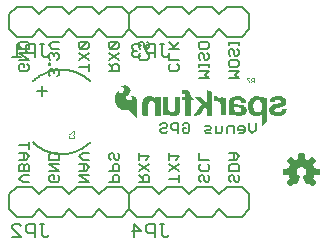
<source format=gbr>
G04 EAGLE Gerber RS-274X export*
G75*
%MOMM*%
%FSLAX34Y34*%
%LPD*%
%INSilkscreen Bottom*%
%IPPOS*%
%AMOC8*
5,1,8,0,0,1.08239X$1,22.5*%
G01*
%ADD10C,0.152400*%
%ADD11C,0.203200*%
%ADD12C,0.127000*%
%ADD13C,0.050800*%
%ADD14C,0.025400*%

G36*
X256970Y25546D02*
X256970Y25546D01*
X257078Y25556D01*
X257091Y25562D01*
X257105Y25564D01*
X257202Y25612D01*
X257301Y25657D01*
X257314Y25668D01*
X257323Y25672D01*
X257338Y25688D01*
X257415Y25750D01*
X260000Y28335D01*
X260063Y28424D01*
X260129Y28509D01*
X260134Y28522D01*
X260142Y28534D01*
X260173Y28637D01*
X260209Y28740D01*
X260209Y28754D01*
X260213Y28767D01*
X260209Y28875D01*
X260210Y28984D01*
X260205Y28997D01*
X260205Y29011D01*
X260167Y29113D01*
X260132Y29215D01*
X260123Y29230D01*
X260119Y29239D01*
X260105Y29256D01*
X260051Y29338D01*
X257287Y32728D01*
X257844Y33810D01*
X257850Y33830D01*
X257892Y33925D01*
X258263Y35084D01*
X262614Y35527D01*
X262718Y35555D01*
X262824Y35580D01*
X262836Y35587D01*
X262849Y35590D01*
X262939Y35651D01*
X263032Y35708D01*
X263040Y35719D01*
X263052Y35727D01*
X263118Y35813D01*
X263187Y35897D01*
X263191Y35910D01*
X263200Y35921D01*
X263234Y36024D01*
X263273Y36125D01*
X263274Y36143D01*
X263278Y36152D01*
X263278Y36174D01*
X263287Y36272D01*
X263287Y39928D01*
X263270Y40035D01*
X263256Y40143D01*
X263250Y40155D01*
X263248Y40169D01*
X263196Y40265D01*
X263149Y40362D01*
X263139Y40372D01*
X263133Y40384D01*
X263053Y40458D01*
X262977Y40535D01*
X262965Y40541D01*
X262955Y40551D01*
X262856Y40596D01*
X262759Y40644D01*
X262741Y40648D01*
X262732Y40652D01*
X262711Y40654D01*
X262614Y40673D01*
X258263Y41116D01*
X257892Y42275D01*
X257883Y42293D01*
X257881Y42300D01*
X257877Y42307D01*
X257844Y42390D01*
X257287Y43472D01*
X260051Y46862D01*
X260105Y46956D01*
X260162Y47048D01*
X260165Y47061D01*
X260172Y47073D01*
X260193Y47180D01*
X260218Y47285D01*
X260216Y47299D01*
X260219Y47313D01*
X260204Y47420D01*
X260194Y47528D01*
X260188Y47541D01*
X260186Y47555D01*
X260138Y47652D01*
X260093Y47751D01*
X260082Y47764D01*
X260078Y47773D01*
X260062Y47788D01*
X260000Y47865D01*
X257415Y50450D01*
X257326Y50513D01*
X257241Y50579D01*
X257228Y50584D01*
X257216Y50592D01*
X257113Y50623D01*
X257010Y50659D01*
X256996Y50659D01*
X256983Y50663D01*
X256875Y50659D01*
X256766Y50660D01*
X256753Y50655D01*
X256739Y50655D01*
X256637Y50617D01*
X256535Y50582D01*
X256520Y50573D01*
X256511Y50569D01*
X256494Y50555D01*
X256412Y50501D01*
X253022Y47737D01*
X251940Y48294D01*
X251920Y48300D01*
X251825Y48342D01*
X250666Y48713D01*
X250223Y53064D01*
X250195Y53168D01*
X250170Y53274D01*
X250163Y53286D01*
X250160Y53299D01*
X250099Y53389D01*
X250042Y53482D01*
X250031Y53490D01*
X250023Y53502D01*
X249937Y53568D01*
X249853Y53637D01*
X249840Y53641D01*
X249829Y53650D01*
X249726Y53684D01*
X249625Y53723D01*
X249607Y53724D01*
X249598Y53728D01*
X249576Y53728D01*
X249478Y53737D01*
X245822Y53737D01*
X245715Y53720D01*
X245607Y53706D01*
X245595Y53700D01*
X245581Y53698D01*
X245485Y53646D01*
X245388Y53599D01*
X245378Y53589D01*
X245366Y53583D01*
X245292Y53503D01*
X245215Y53427D01*
X245209Y53415D01*
X245199Y53405D01*
X245154Y53306D01*
X245106Y53209D01*
X245102Y53191D01*
X245098Y53182D01*
X245096Y53161D01*
X245077Y53064D01*
X244634Y48713D01*
X243475Y48342D01*
X243457Y48332D01*
X243360Y48294D01*
X242278Y47737D01*
X238888Y50501D01*
X238794Y50555D01*
X238702Y50612D01*
X238689Y50615D01*
X238677Y50622D01*
X238570Y50643D01*
X238465Y50668D01*
X238451Y50666D01*
X238437Y50669D01*
X238330Y50654D01*
X238222Y50644D01*
X238209Y50638D01*
X238196Y50636D01*
X238098Y50588D01*
X237999Y50543D01*
X237986Y50532D01*
X237977Y50528D01*
X237962Y50512D01*
X237885Y50450D01*
X235300Y47865D01*
X235237Y47776D01*
X235171Y47691D01*
X235166Y47678D01*
X235158Y47666D01*
X235127Y47563D01*
X235091Y47460D01*
X235091Y47446D01*
X235087Y47433D01*
X235091Y47325D01*
X235090Y47216D01*
X235095Y47203D01*
X235095Y47189D01*
X235133Y47087D01*
X235168Y46985D01*
X235177Y46970D01*
X235181Y46961D01*
X235195Y46944D01*
X235249Y46862D01*
X238013Y43472D01*
X237456Y42390D01*
X237450Y42370D01*
X237408Y42275D01*
X237037Y41116D01*
X232686Y40673D01*
X232582Y40645D01*
X232476Y40620D01*
X232464Y40613D01*
X232451Y40610D01*
X232361Y40549D01*
X232268Y40492D01*
X232260Y40481D01*
X232248Y40473D01*
X232182Y40387D01*
X232114Y40303D01*
X232109Y40290D01*
X232100Y40279D01*
X232066Y40176D01*
X232027Y40075D01*
X232026Y40057D01*
X232022Y40048D01*
X232023Y40026D01*
X232013Y39928D01*
X232013Y36272D01*
X232030Y36165D01*
X232044Y36057D01*
X232050Y36045D01*
X232052Y36031D01*
X232104Y35935D01*
X232151Y35838D01*
X232161Y35828D01*
X232167Y35816D01*
X232247Y35742D01*
X232323Y35665D01*
X232335Y35659D01*
X232346Y35649D01*
X232444Y35604D01*
X232541Y35556D01*
X232559Y35552D01*
X232568Y35548D01*
X232589Y35546D01*
X232686Y35527D01*
X237037Y35084D01*
X237408Y33925D01*
X237418Y33907D01*
X237456Y33810D01*
X238013Y32728D01*
X235249Y29338D01*
X235195Y29244D01*
X235138Y29152D01*
X235135Y29139D01*
X235128Y29127D01*
X235107Y29020D01*
X235082Y28915D01*
X235084Y28901D01*
X235081Y28887D01*
X235096Y28780D01*
X235106Y28672D01*
X235112Y28659D01*
X235114Y28646D01*
X235162Y28548D01*
X235207Y28449D01*
X235218Y28436D01*
X235222Y28427D01*
X235238Y28412D01*
X235300Y28335D01*
X237885Y25750D01*
X237974Y25687D01*
X238059Y25621D01*
X238072Y25616D01*
X238084Y25608D01*
X238187Y25577D01*
X238290Y25541D01*
X238304Y25541D01*
X238317Y25537D01*
X238425Y25541D01*
X238534Y25540D01*
X238547Y25545D01*
X238561Y25545D01*
X238663Y25583D01*
X238765Y25618D01*
X238780Y25627D01*
X238789Y25631D01*
X238806Y25645D01*
X238888Y25699D01*
X242278Y28463D01*
X243360Y27906D01*
X243413Y27889D01*
X243462Y27863D01*
X243528Y27852D01*
X243592Y27831D01*
X243648Y27832D01*
X243702Y27823D01*
X243769Y27834D01*
X243836Y27835D01*
X243888Y27853D01*
X243943Y27862D01*
X244003Y27894D01*
X244066Y27917D01*
X244109Y27951D01*
X244159Y27977D01*
X244205Y28026D01*
X244257Y28068D01*
X244288Y28115D01*
X244326Y28155D01*
X244382Y28260D01*
X244390Y28273D01*
X244391Y28278D01*
X244395Y28285D01*
X246548Y33482D01*
X246568Y33565D01*
X246573Y33578D01*
X246575Y33594D01*
X246600Y33679D01*
X246599Y33700D01*
X246604Y33720D01*
X246596Y33802D01*
X246597Y33821D01*
X246593Y33841D01*
X246589Y33922D01*
X246582Y33942D01*
X246580Y33963D01*
X246548Y34032D01*
X246542Y34059D01*
X246527Y34083D01*
X246501Y34150D01*
X246488Y34166D01*
X246479Y34185D01*
X246434Y34234D01*
X246414Y34266D01*
X246383Y34291D01*
X246345Y34337D01*
X246322Y34353D01*
X246312Y34363D01*
X246291Y34375D01*
X246226Y34420D01*
X246225Y34421D01*
X246224Y34422D01*
X245325Y34928D01*
X244638Y35572D01*
X244123Y36360D01*
X243811Y37248D01*
X243719Y38185D01*
X243852Y39117D01*
X244203Y39991D01*
X244752Y40756D01*
X245466Y41369D01*
X246306Y41794D01*
X247223Y42008D01*
X248164Y41998D01*
X249076Y41764D01*
X249906Y41321D01*
X250607Y40692D01*
X251139Y39915D01*
X251470Y39034D01*
X251583Y38099D01*
X251475Y37182D01*
X251155Y36314D01*
X250641Y35545D01*
X249962Y34918D01*
X249078Y34423D01*
X249036Y34390D01*
X248994Y34367D01*
X248963Y34334D01*
X248915Y34299D01*
X248903Y34283D01*
X248887Y34270D01*
X248852Y34215D01*
X248827Y34189D01*
X248814Y34159D01*
X248772Y34101D01*
X248766Y34082D01*
X248756Y34065D01*
X248737Y33990D01*
X248727Y33967D01*
X248724Y33943D01*
X248701Y33868D01*
X248702Y33848D01*
X248697Y33828D01*
X248704Y33742D01*
X248703Y33724D01*
X248706Y33708D01*
X248709Y33624D01*
X248717Y33599D01*
X248718Y33585D01*
X248728Y33563D01*
X248752Y33482D01*
X249681Y31239D01*
X249681Y31238D01*
X250612Y28991D01*
X250613Y28991D01*
X250905Y28285D01*
X250934Y28238D01*
X250955Y28186D01*
X250998Y28135D01*
X251034Y28078D01*
X251077Y28043D01*
X251113Y28000D01*
X251170Y27966D01*
X251222Y27923D01*
X251274Y27904D01*
X251322Y27875D01*
X251388Y27861D01*
X251451Y27837D01*
X251506Y27835D01*
X251560Y27824D01*
X251627Y27831D01*
X251694Y27829D01*
X251748Y27845D01*
X251803Y27852D01*
X251914Y27896D01*
X251928Y27900D01*
X251932Y27903D01*
X251940Y27906D01*
X253022Y28463D01*
X256412Y25699D01*
X256506Y25645D01*
X256598Y25588D01*
X256611Y25585D01*
X256623Y25578D01*
X256730Y25557D01*
X256835Y25532D01*
X256849Y25534D01*
X256863Y25531D01*
X256970Y25546D01*
G37*
G36*
X108375Y82849D02*
X108375Y82849D01*
X108417Y82864D01*
X108419Y82869D01*
X108423Y82871D01*
X108452Y82944D01*
X108456Y82955D01*
X108456Y82956D01*
X108456Y98120D01*
X108454Y98125D01*
X108456Y98131D01*
X108386Y98962D01*
X108380Y98973D01*
X108381Y98988D01*
X108141Y99787D01*
X108133Y99797D01*
X108131Y99811D01*
X107730Y100543D01*
X107720Y100551D01*
X107715Y100564D01*
X107245Y101114D01*
X107234Y101119D01*
X107227Y101131D01*
X106657Y101576D01*
X106645Y101579D01*
X106635Y101589D01*
X105987Y101910D01*
X105975Y101911D01*
X105963Y101919D01*
X105264Y102103D01*
X105253Y102102D01*
X105242Y102107D01*
X104302Y102180D01*
X104293Y102177D01*
X104282Y102180D01*
X103342Y102107D01*
X103338Y102105D01*
X103332Y102106D01*
X102849Y102030D01*
X102810Y102005D01*
X102770Y101984D01*
X102769Y101980D01*
X102766Y101978D01*
X102756Y101933D01*
X102744Y101889D01*
X102746Y101885D01*
X102745Y101881D01*
X102770Y101843D01*
X102794Y101804D01*
X102798Y101803D01*
X102800Y101800D01*
X102841Y101791D01*
X102881Y101779D01*
X103039Y101795D01*
X103177Y101767D01*
X103310Y101696D01*
X104134Y101097D01*
X104252Y100983D01*
X104324Y100845D01*
X104417Y100430D01*
X104417Y100002D01*
X104324Y99586D01*
X104118Y99182D01*
X103805Y98854D01*
X103199Y98489D01*
X102521Y98282D01*
X101810Y98247D01*
X101200Y98344D01*
X100614Y98542D01*
X100071Y98835D01*
X99646Y99200D01*
X99331Y99660D01*
X99145Y100185D01*
X99102Y100741D01*
X99204Y101289D01*
X99444Y101792D01*
X99814Y102227D01*
X100012Y102437D01*
X100607Y103068D01*
X101202Y103699D01*
X101267Y103768D01*
X101270Y103778D01*
X101279Y103784D01*
X102466Y105542D01*
X102468Y105555D01*
X102478Y105565D01*
X102758Y106253D01*
X102757Y106268D01*
X102766Y106283D01*
X102865Y107018D01*
X102861Y107033D01*
X102866Y107050D01*
X102779Y107787D01*
X102771Y107800D01*
X102771Y107818D01*
X102504Y108510D01*
X102493Y108521D01*
X102489Y108538D01*
X102058Y109141D01*
X102048Y109148D01*
X102042Y109160D01*
X101346Y109818D01*
X101338Y109821D01*
X101333Y109829D01*
X100556Y110389D01*
X100546Y110392D01*
X100538Y110400D01*
X99758Y110788D01*
X99746Y110789D01*
X99735Y110797D01*
X98895Y111028D01*
X98883Y111027D01*
X98871Y111033D01*
X98003Y111099D01*
X97993Y111095D01*
X97981Y111099D01*
X97081Y111013D01*
X97072Y111009D01*
X97062Y111010D01*
X96184Y110790D01*
X96176Y110784D01*
X96164Y110783D01*
X95936Y110682D01*
X95580Y110530D01*
X95579Y110530D01*
X95075Y110309D01*
X95065Y110298D01*
X95048Y110293D01*
X94613Y109955D01*
X94610Y109948D01*
X94602Y109944D01*
X94577Y109919D01*
X94574Y109918D01*
X94539Y109826D01*
X94580Y109737D01*
X94665Y109704D01*
X95268Y109704D01*
X95779Y109647D01*
X96269Y109508D01*
X96750Y109253D01*
X97145Y108883D01*
X97431Y108423D01*
X97588Y107904D01*
X97600Y107601D01*
X97541Y107301D01*
X97335Y106807D01*
X97052Y106349D01*
X96701Y105939D01*
X96289Y105585D01*
X95387Y104934D01*
X94899Y104685D01*
X94370Y104587D01*
X93831Y104645D01*
X93657Y104710D01*
X93296Y104958D01*
X93022Y105298D01*
X92978Y105401D01*
X92962Y105521D01*
X92962Y106401D01*
X92945Y106442D01*
X92931Y106484D01*
X92926Y106487D01*
X92924Y106492D01*
X92883Y106508D01*
X92843Y106527D01*
X92837Y106525D01*
X92832Y106527D01*
X92805Y106515D01*
X92756Y106499D01*
X91630Y105578D01*
X91624Y105566D01*
X91612Y105559D01*
X90705Y104422D01*
X90702Y104411D01*
X90693Y104403D01*
X90191Y103469D01*
X90190Y103459D01*
X90184Y103451D01*
X89826Y102454D01*
X89826Y102444D01*
X89821Y102435D01*
X89614Y101396D01*
X89616Y101386D01*
X89615Y101384D01*
X89616Y101384D01*
X89612Y101375D01*
X89552Y99447D01*
X89556Y99436D01*
X89553Y99424D01*
X89841Y97517D01*
X89847Y97507D01*
X89847Y97495D01*
X90475Y95671D01*
X90482Y95662D01*
X90484Y95650D01*
X91431Y93969D01*
X91439Y93963D01*
X91442Y93952D01*
X92327Y92845D01*
X92334Y92842D01*
X92336Y92836D01*
X92337Y92836D01*
X92339Y92832D01*
X93370Y91860D01*
X93378Y91857D01*
X93384Y91849D01*
X94541Y91032D01*
X94551Y91030D01*
X94559Y91022D01*
X95789Y90422D01*
X95800Y90421D01*
X95810Y90413D01*
X97129Y90045D01*
X97140Y90047D01*
X97151Y90041D01*
X98515Y89917D01*
X98520Y89919D01*
X98526Y89917D01*
X100801Y89917D01*
X101169Y89852D01*
X101520Y89725D01*
X102510Y89136D01*
X103364Y88354D01*
X108236Y82872D01*
X108240Y82870D01*
X108242Y82865D01*
X108284Y82849D01*
X108325Y82830D01*
X108329Y82832D01*
X108334Y82830D01*
X108375Y82849D01*
G37*
G36*
X214251Y76253D02*
X214251Y76253D01*
X214253Y76252D01*
X214274Y76261D01*
X214334Y76284D01*
X218474Y80018D01*
X218476Y80024D01*
X218482Y80027D01*
X218506Y80087D01*
X218515Y80108D01*
X218514Y80110D01*
X218515Y80112D01*
X218515Y100686D01*
X218500Y100723D01*
X218490Y100762D01*
X218481Y100768D01*
X218477Y100777D01*
X218449Y100788D01*
X218413Y100810D01*
X214527Y101546D01*
X214512Y101543D01*
X214497Y101548D01*
X214465Y101533D01*
X214430Y101525D01*
X214422Y101512D01*
X214409Y101506D01*
X214394Y101467D01*
X214378Y101442D01*
X214381Y101431D01*
X214377Y101420D01*
X214401Y99503D01*
X214267Y99652D01*
X214266Y99653D01*
X214266Y99654D01*
X213377Y100619D01*
X213371Y100621D01*
X213367Y100628D01*
X213024Y100929D01*
X213013Y100933D01*
X213005Y100943D01*
X212611Y101176D01*
X212602Y101177D01*
X212594Y101184D01*
X211273Y101717D01*
X211262Y101717D01*
X211252Y101724D01*
X210770Y101826D01*
X210758Y101823D01*
X210746Y101828D01*
X208765Y101853D01*
X208754Y101849D01*
X208742Y101851D01*
X207657Y101668D01*
X207647Y101661D01*
X207633Y101661D01*
X206608Y101261D01*
X206601Y101253D01*
X206589Y101251D01*
X205687Y100710D01*
X205682Y100704D01*
X205673Y100701D01*
X204849Y100048D01*
X204843Y100038D01*
X204833Y100033D01*
X204041Y99143D01*
X204037Y99130D01*
X204025Y99121D01*
X203446Y98080D01*
X203444Y98068D01*
X203436Y98057D01*
X202762Y95944D01*
X202763Y95933D01*
X202757Y95922D01*
X202474Y93722D01*
X202477Y93711D01*
X202473Y93699D01*
X202591Y91484D01*
X202596Y91474D01*
X202594Y91462D01*
X202917Y90086D01*
X202924Y90077D01*
X202924Y90065D01*
X203480Y88765D01*
X203488Y88757D01*
X203490Y88746D01*
X204262Y87561D01*
X204271Y87555D01*
X204276Y87544D01*
X204933Y86837D01*
X204943Y86833D01*
X204949Y86823D01*
X205717Y86238D01*
X205728Y86236D01*
X205735Y86227D01*
X206591Y85781D01*
X206602Y85780D01*
X206611Y85772D01*
X207530Y85478D01*
X207540Y85479D01*
X207550Y85473D01*
X208762Y85284D01*
X208771Y85286D01*
X208780Y85283D01*
X210007Y85266D01*
X210015Y85269D01*
X210025Y85267D01*
X211242Y85422D01*
X211252Y85427D01*
X211264Y85427D01*
X212108Y85691D01*
X212118Y85699D01*
X212133Y85702D01*
X212902Y86139D01*
X212910Y86149D01*
X212924Y86154D01*
X213584Y86744D01*
X213590Y86756D01*
X213602Y86764D01*
X214122Y87480D01*
X214123Y87482D01*
X214123Y76378D01*
X214141Y76334D01*
X214158Y76291D01*
X214160Y76290D01*
X214161Y76287D01*
X214205Y76270D01*
X214249Y76252D01*
X214251Y76253D01*
G37*
G36*
X196701Y85269D02*
X196701Y85269D01*
X196712Y85274D01*
X196726Y85272D01*
X198098Y85580D01*
X198109Y85588D01*
X198124Y85589D01*
X199393Y86195D01*
X199402Y86205D01*
X199416Y86209D01*
X199864Y86551D01*
X199870Y86561D01*
X199882Y86567D01*
X200259Y86987D01*
X200263Y86998D01*
X200273Y87006D01*
X200565Y87489D01*
X200567Y87500D01*
X200575Y87510D01*
X200948Y88503D01*
X200948Y88514D01*
X200954Y88525D01*
X201143Y89569D01*
X201140Y89580D01*
X201145Y89592D01*
X201142Y90653D01*
X201139Y90660D01*
X201141Y90663D01*
X201138Y90670D01*
X201139Y90680D01*
X200933Y91621D01*
X200924Y91633D01*
X200923Y91650D01*
X200494Y92512D01*
X200484Y92521D01*
X200479Y92536D01*
X199981Y93145D01*
X199976Y93148D01*
X199974Y93152D01*
X199968Y93154D01*
X199963Y93163D01*
X199353Y93661D01*
X199341Y93664D01*
X199332Y93675D01*
X198636Y94041D01*
X198625Y94042D01*
X198616Y94049D01*
X197131Y94533D01*
X197123Y94532D01*
X197114Y94537D01*
X195577Y94815D01*
X195573Y94814D01*
X195568Y94817D01*
X193362Y95045D01*
X192056Y95271D01*
X191587Y95436D01*
X191159Y95682D01*
X190875Y95943D01*
X190815Y96030D01*
X190773Y96127D01*
X190662Y96648D01*
X190662Y97179D01*
X190773Y97700D01*
X190912Y98014D01*
X191111Y98293D01*
X191364Y98527D01*
X191678Y98720D01*
X192024Y98848D01*
X192393Y98909D01*
X193748Y98959D01*
X194335Y98905D01*
X194896Y98740D01*
X195360Y98485D01*
X195750Y98129D01*
X196045Y97691D01*
X196229Y97196D01*
X196292Y96665D01*
X196292Y96622D01*
X196293Y96620D01*
X196292Y96618D01*
X196312Y96575D01*
X196330Y96531D01*
X196332Y96531D01*
X196333Y96529D01*
X196418Y96496D01*
X200559Y96496D01*
X200560Y96494D01*
X200602Y96484D01*
X200644Y96470D01*
X200650Y96473D01*
X200656Y96472D01*
X200681Y96488D01*
X200726Y96509D01*
X200751Y96534D01*
X200751Y96535D01*
X200767Y96577D01*
X200786Y96626D01*
X200786Y96627D01*
X200766Y96669D01*
X200747Y96712D01*
X200625Y97603D01*
X200619Y97614D01*
X200619Y97629D01*
X200285Y98570D01*
X200276Y98580D01*
X200273Y98594D01*
X199754Y99447D01*
X199743Y99455D01*
X199738Y99468D01*
X199055Y100198D01*
X199043Y100203D01*
X199035Y100215D01*
X198218Y100789D01*
X198206Y100792D01*
X198197Y100801D01*
X197039Y101330D01*
X197029Y101330D01*
X197020Y101337D01*
X195791Y101671D01*
X195782Y101670D01*
X195773Y101674D01*
X194033Y101888D01*
X194025Y101885D01*
X194017Y101888D01*
X192263Y101880D01*
X192256Y101877D01*
X192247Y101879D01*
X190508Y101649D01*
X190500Y101644D01*
X190489Y101645D01*
X189075Y101220D01*
X189066Y101212D01*
X189052Y101211D01*
X187749Y100517D01*
X187740Y100507D01*
X187726Y100502D01*
X187164Y100019D01*
X187157Y100005D01*
X187143Y99996D01*
X186716Y99391D01*
X186713Y99376D01*
X186701Y99364D01*
X186434Y98673D01*
X186435Y98658D01*
X186427Y98643D01*
X186336Y97908D01*
X186338Y97900D01*
X186335Y97892D01*
X186335Y93066D01*
X186336Y93064D01*
X186335Y93062D01*
X186342Y93047D01*
X186310Y92963D01*
X186335Y88625D01*
X186233Y87288D01*
X185884Y85993D01*
X185810Y85794D01*
X185811Y85769D01*
X185802Y85746D01*
X185813Y85722D01*
X185814Y85696D01*
X185833Y85679D01*
X185843Y85657D01*
X185870Y85646D01*
X185888Y85630D01*
X185907Y85632D01*
X185928Y85624D01*
X189962Y85624D01*
X189998Y85621D01*
X190026Y85630D01*
X190066Y85634D01*
X190103Y85653D01*
X190122Y85675D01*
X190154Y85699D01*
X190176Y85735D01*
X190178Y85752D01*
X190190Y85768D01*
X190266Y86048D01*
X190265Y86051D01*
X190267Y86054D01*
X190494Y87083D01*
X190504Y87106D01*
X190510Y87112D01*
X190518Y87114D01*
X190527Y87113D01*
X190551Y87097D01*
X191378Y86394D01*
X191389Y86390D01*
X191398Y86380D01*
X192349Y85840D01*
X192360Y85839D01*
X192370Y85831D01*
X193405Y85478D01*
X193417Y85479D01*
X193427Y85473D01*
X195045Y85232D01*
X195055Y85235D01*
X195066Y85231D01*
X196701Y85269D01*
G37*
G36*
X171834Y85498D02*
X171834Y85498D01*
X171837Y85497D01*
X171920Y85534D01*
X171971Y85585D01*
X171973Y85588D01*
X171975Y85589D01*
X172008Y85674D01*
X172008Y105004D01*
X172000Y105023D01*
X172002Y105043D01*
X171981Y105070D01*
X171970Y105095D01*
X171956Y105100D01*
X171945Y105114D01*
X167805Y107476D01*
X167770Y107480D01*
X167738Y107492D01*
X167723Y107485D01*
X167707Y107487D01*
X167680Y107465D01*
X167649Y107451D01*
X167642Y107435D01*
X167630Y107425D01*
X167628Y107398D01*
X167616Y107366D01*
X167616Y95936D01*
X162141Y101410D01*
X162138Y101412D01*
X162137Y101414D01*
X162052Y101447D01*
X157378Y101447D01*
X157376Y101447D01*
X157375Y101447D01*
X157331Y101427D01*
X157287Y101409D01*
X157287Y101407D01*
X157285Y101406D01*
X157269Y101362D01*
X157252Y101317D01*
X157253Y101315D01*
X157252Y101314D01*
X157290Y101231D01*
X162981Y95665D01*
X156384Y85770D01*
X156377Y85732D01*
X156363Y85695D01*
X156368Y85685D01*
X156366Y85673D01*
X156388Y85642D01*
X156405Y85606D01*
X156416Y85602D01*
X156422Y85593D01*
X156452Y85588D01*
X156490Y85574D01*
X161570Y85599D01*
X161587Y85606D01*
X161605Y85604D01*
X161634Y85626D01*
X161660Y85638D01*
X161665Y85650D01*
X161677Y85660D01*
X165910Y92638D01*
X167565Y91031D01*
X167565Y85623D01*
X167566Y85621D01*
X167565Y85619D01*
X167585Y85576D01*
X167603Y85532D01*
X167605Y85532D01*
X167606Y85530D01*
X167691Y85497D01*
X171831Y85497D01*
X171834Y85498D01*
G37*
G36*
X140266Y85197D02*
X140266Y85197D01*
X140277Y85194D01*
X141310Y85341D01*
X141321Y85347D01*
X141334Y85347D01*
X142320Y85690D01*
X142329Y85698D01*
X142342Y85700D01*
X143244Y86226D01*
X143251Y86236D01*
X143264Y86241D01*
X143518Y86469D01*
X143524Y86480D01*
X143535Y86488D01*
X144196Y87373D01*
X144198Y87384D01*
X144208Y87393D01*
X144696Y88383D01*
X144696Y88395D01*
X144704Y88405D01*
X145004Y89468D01*
X145002Y89479D01*
X145008Y89491D01*
X145109Y90590D01*
X145107Y90596D01*
X145109Y90602D01*
X145109Y101397D01*
X145108Y101399D01*
X145109Y101401D01*
X145089Y101444D01*
X145071Y101488D01*
X145069Y101488D01*
X145068Y101490D01*
X144983Y101523D01*
X140843Y101523D01*
X140841Y101522D01*
X140839Y101523D01*
X140796Y101503D01*
X140752Y101485D01*
X140752Y101483D01*
X140750Y101482D01*
X140717Y101397D01*
X140717Y91400D01*
X140568Y90570D01*
X140225Y89802D01*
X139953Y89440D01*
X139612Y89139D01*
X139217Y88914D01*
X138528Y88691D01*
X137809Y88611D01*
X137088Y88678D01*
X136397Y88890D01*
X135887Y89178D01*
X135456Y89575D01*
X135129Y90060D01*
X134920Y90610D01*
X134695Y91814D01*
X134619Y93044D01*
X134619Y101346D01*
X134618Y101348D01*
X134619Y101350D01*
X134599Y101393D01*
X134581Y101437D01*
X134579Y101437D01*
X134578Y101439D01*
X134493Y101472D01*
X130277Y101472D01*
X130275Y101471D01*
X130273Y101472D01*
X130230Y101452D01*
X130186Y101434D01*
X130186Y101432D01*
X130184Y101431D01*
X130151Y101346D01*
X130151Y85725D01*
X130152Y85723D01*
X130151Y85721D01*
X130171Y85678D01*
X130189Y85634D01*
X130191Y85634D01*
X130192Y85632D01*
X130277Y85599D01*
X134290Y85599D01*
X134292Y85600D01*
X134294Y85599D01*
X134337Y85619D01*
X134381Y85637D01*
X134381Y85639D01*
X134383Y85640D01*
X134416Y85725D01*
X134416Y87782D01*
X134923Y87141D01*
X134931Y87137D01*
X134935Y87128D01*
X135762Y86343D01*
X135771Y86340D01*
X135776Y86332D01*
X136706Y85673D01*
X136715Y85671D01*
X136723Y85663D01*
X136968Y85541D01*
X136979Y85540D01*
X136988Y85533D01*
X137250Y85452D01*
X137259Y85453D01*
X137268Y85448D01*
X138746Y85225D01*
X138754Y85227D01*
X138762Y85223D01*
X140256Y85193D01*
X140266Y85197D01*
G37*
G36*
X127789Y85524D02*
X127789Y85524D01*
X127791Y85523D01*
X127834Y85543D01*
X127878Y85561D01*
X127878Y85563D01*
X127880Y85564D01*
X127913Y85649D01*
X127913Y101371D01*
X127912Y101373D01*
X127913Y101375D01*
X127893Y101418D01*
X127875Y101462D01*
X127873Y101462D01*
X127872Y101464D01*
X127787Y101497D01*
X123749Y101497D01*
X123747Y101496D01*
X123745Y101497D01*
X123702Y101477D01*
X123658Y101459D01*
X123658Y101457D01*
X123656Y101456D01*
X123623Y101371D01*
X123623Y99303D01*
X123581Y99332D01*
X123467Y99468D01*
X123190Y99846D01*
X123186Y99848D01*
X123184Y99853D01*
X122782Y100326D01*
X122775Y100330D01*
X122771Y100338D01*
X122576Y100514D01*
X122436Y100640D01*
X122310Y100754D01*
X122300Y100757D01*
X122292Y100767D01*
X121394Y101334D01*
X121381Y101337D01*
X121370Y101346D01*
X120374Y101715D01*
X120361Y101715D01*
X120348Y101722D01*
X119296Y101877D01*
X119286Y101874D01*
X119275Y101878D01*
X117269Y101828D01*
X117259Y101824D01*
X117246Y101826D01*
X116269Y101620D01*
X116257Y101612D01*
X116241Y101611D01*
X115336Y101189D01*
X115327Y101178D01*
X115312Y101174D01*
X114527Y100556D01*
X114521Y100545D01*
X114509Y100539D01*
X114020Y99964D01*
X114017Y99953D01*
X114007Y99946D01*
X113623Y99297D01*
X113621Y99286D01*
X113613Y99277D01*
X113344Y98572D01*
X113344Y98563D01*
X113339Y98554D01*
X113099Y97447D01*
X113101Y97438D01*
X113097Y97430D01*
X113006Y96301D01*
X113008Y96296D01*
X113006Y96291D01*
X113006Y85750D01*
X113007Y85748D01*
X113006Y85746D01*
X113026Y85703D01*
X113044Y85659D01*
X113046Y85659D01*
X113047Y85657D01*
X113132Y85624D01*
X117221Y85624D01*
X117223Y85625D01*
X117225Y85624D01*
X117268Y85644D01*
X117312Y85662D01*
X117312Y85664D01*
X117314Y85665D01*
X117347Y85750D01*
X117347Y95396D01*
X117412Y96114D01*
X117603Y96802D01*
X117913Y97444D01*
X118209Y97831D01*
X118583Y98140D01*
X119018Y98357D01*
X119318Y98434D01*
X119634Y98451D01*
X120739Y98401D01*
X121295Y98314D01*
X121811Y98110D01*
X122268Y97796D01*
X122785Y97227D01*
X123148Y96548D01*
X123365Y95798D01*
X123445Y95015D01*
X123445Y85649D01*
X123446Y85647D01*
X123445Y85645D01*
X123465Y85602D01*
X123483Y85558D01*
X123485Y85558D01*
X123486Y85556D01*
X123571Y85523D01*
X127787Y85523D01*
X127789Y85524D01*
G37*
G36*
X227484Y85245D02*
X227484Y85245D01*
X227491Y85243D01*
X230057Y85421D01*
X230066Y85426D01*
X230076Y85424D01*
X230997Y85636D01*
X231008Y85644D01*
X231022Y85645D01*
X231879Y86042D01*
X231885Y86049D01*
X231894Y86051D01*
X233088Y86813D01*
X233093Y86819D01*
X233101Y86822D01*
X233616Y87253D01*
X233621Y87264D01*
X233633Y87270D01*
X234053Y87794D01*
X234057Y87805D01*
X234067Y87814D01*
X234376Y88410D01*
X234377Y88419D01*
X234384Y88427D01*
X234816Y89697D01*
X234815Y89707D01*
X234820Y89716D01*
X234922Y90300D01*
X234921Y90307D01*
X234924Y90313D01*
X234949Y90669D01*
X234948Y90673D01*
X234949Y90676D01*
X234948Y90678D01*
X234949Y90682D01*
X234937Y90708D01*
X234934Y90738D01*
X234933Y90739D01*
X234933Y90740D01*
X234922Y90749D01*
X234917Y90762D01*
X234911Y90765D01*
X234908Y90771D01*
X234878Y90783D01*
X234858Y90799D01*
X234856Y90799D01*
X234855Y90800D01*
X234840Y90799D01*
X234828Y90804D01*
X234826Y90803D01*
X234823Y90804D01*
X230962Y90804D01*
X230960Y90803D01*
X230958Y90804D01*
X230915Y90784D01*
X230871Y90766D01*
X230871Y90764D01*
X230869Y90763D01*
X230836Y90678D01*
X230836Y90631D01*
X230807Y90134D01*
X230661Y89672D01*
X230405Y89258D01*
X230301Y89153D01*
X230175Y89027D01*
X229963Y88815D01*
X229436Y88478D01*
X228849Y88261D01*
X228287Y88188D01*
X226957Y88188D01*
X226354Y88262D01*
X225787Y88459D01*
X225274Y88771D01*
X224987Y89055D01*
X224778Y89400D01*
X224661Y89785D01*
X224644Y90189D01*
X224729Y90584D01*
X224910Y90946D01*
X225175Y91250D01*
X225511Y91481D01*
X226618Y91951D01*
X227792Y92257D01*
X231423Y93120D01*
X231430Y93125D01*
X231439Y93125D01*
X232247Y93431D01*
X232254Y93437D01*
X232264Y93439D01*
X233015Y93866D01*
X233021Y93873D01*
X233031Y93877D01*
X233708Y94414D01*
X233713Y94424D01*
X233724Y94430D01*
X234061Y94815D01*
X234065Y94828D01*
X234076Y94837D01*
X234325Y95284D01*
X234326Y95297D01*
X234335Y95308D01*
X234487Y95797D01*
X234485Y95809D01*
X234492Y95822D01*
X234597Y96958D01*
X234594Y96971D01*
X234597Y96984D01*
X234468Y98118D01*
X234462Y98129D01*
X234463Y98143D01*
X234105Y99227D01*
X234097Y99236D01*
X234095Y99250D01*
X233796Y99772D01*
X233786Y99779D01*
X233781Y99792D01*
X233387Y100247D01*
X233376Y100252D01*
X233369Y100264D01*
X232893Y100633D01*
X232882Y100636D01*
X232873Y100645D01*
X231592Y101299D01*
X231581Y101300D01*
X231571Y101307D01*
X230193Y101718D01*
X230182Y101717D01*
X230170Y101723D01*
X228741Y101878D01*
X228734Y101876D01*
X228727Y101878D01*
X226924Y101878D01*
X226918Y101876D01*
X226911Y101878D01*
X225518Y101738D01*
X225509Y101733D01*
X225498Y101734D01*
X224147Y101366D01*
X224138Y101359D01*
X224124Y101357D01*
X223027Y100819D01*
X223018Y100809D01*
X223004Y100805D01*
X222045Y100048D01*
X222039Y100038D01*
X222028Y100033D01*
X221680Y99637D01*
X221678Y99632D01*
X221677Y99632D01*
X221676Y99628D01*
X221668Y99622D01*
X221382Y99180D01*
X221380Y99170D01*
X221373Y99163D01*
X221017Y98375D01*
X221017Y98370D01*
X221013Y98366D01*
X220810Y97808D01*
X220812Y97784D01*
X220807Y97772D01*
X220810Y97765D01*
X220805Y97740D01*
X220814Y97726D01*
X220805Y97714D01*
X220807Y97708D01*
X220803Y97701D01*
X220727Y96990D01*
X220729Y96984D01*
X220728Y96980D01*
X220729Y96978D01*
X220727Y96973D01*
X220744Y96936D01*
X220756Y96896D01*
X220764Y96892D01*
X220768Y96884D01*
X220818Y96864D01*
X220844Y96851D01*
X220848Y96853D01*
X220853Y96851D01*
X224739Y96851D01*
X224783Y96869D01*
X224827Y96887D01*
X224828Y96888D01*
X224830Y96889D01*
X224837Y96908D01*
X224865Y96969D01*
X224881Y97229D01*
X224936Y97472D01*
X225086Y97824D01*
X225304Y98137D01*
X225580Y98401D01*
X226002Y98672D01*
X226469Y98861D01*
X226965Y98959D01*
X227813Y99003D01*
X228661Y98959D01*
X229110Y98874D01*
X229534Y98717D01*
X229835Y98522D01*
X230068Y98254D01*
X230223Y97912D01*
X230271Y97540D01*
X230206Y97171D01*
X230022Y96810D01*
X229787Y96567D01*
X229739Y96517D01*
X229064Y96101D01*
X228312Y95829D01*
X226289Y95425D01*
X226288Y95424D01*
X226287Y95424D01*
X224564Y95043D01*
X224557Y95038D01*
X224548Y95038D01*
X222892Y94428D01*
X222886Y94422D01*
X222876Y94421D01*
X222120Y94016D01*
X222114Y94009D01*
X222105Y94006D01*
X221413Y93498D01*
X221408Y93488D01*
X221396Y93483D01*
X221064Y93133D01*
X221059Y93121D01*
X221048Y93112D01*
X220796Y92700D01*
X220794Y92686D01*
X220784Y92674D01*
X220447Y91671D01*
X220448Y91656D01*
X220440Y91642D01*
X220346Y90587D01*
X220349Y90578D01*
X220346Y90567D01*
X220422Y89526D01*
X220426Y89518D01*
X220425Y89508D01*
X220568Y88844D01*
X220574Y88834D01*
X220575Y88821D01*
X220841Y88196D01*
X220849Y88187D01*
X220852Y88175D01*
X221231Y87611D01*
X221241Y87604D01*
X221246Y87593D01*
X221972Y86850D01*
X221982Y86846D01*
X221988Y86835D01*
X222832Y86229D01*
X222842Y86227D01*
X222851Y86218D01*
X223786Y85767D01*
X223797Y85766D01*
X223807Y85759D01*
X224807Y85477D01*
X224815Y85478D01*
X224824Y85473D01*
X226138Y85291D01*
X226145Y85293D01*
X226151Y85290D01*
X227478Y85243D01*
X227484Y85245D01*
G37*
G36*
X153621Y85524D02*
X153621Y85524D01*
X153623Y85523D01*
X153666Y85543D01*
X153710Y85561D01*
X153710Y85563D01*
X153712Y85564D01*
X153745Y85649D01*
X153745Y98529D01*
X157608Y98553D01*
X157609Y98553D01*
X157654Y98573D01*
X157698Y98592D01*
X157699Y98593D01*
X157716Y98638D01*
X157733Y98684D01*
X157733Y98685D01*
X157696Y98768D01*
X155029Y101435D01*
X155026Y101437D01*
X155025Y101439D01*
X154940Y101472D01*
X153694Y101472D01*
X153694Y101803D01*
X153692Y101808D01*
X153694Y101813D01*
X153517Y103947D01*
X153512Y103957D01*
X153512Y103958D01*
X153512Y103959D01*
X153512Y103960D01*
X153513Y103969D01*
X153365Y104536D01*
X153358Y104545D01*
X153357Y104557D01*
X153109Y105088D01*
X153100Y105096D01*
X153097Y105108D01*
X152757Y105585D01*
X152747Y105591D01*
X152741Y105603D01*
X151998Y106313D01*
X151988Y106317D01*
X151986Y106321D01*
X151983Y106322D01*
X151979Y106328D01*
X151111Y106878D01*
X151099Y106880D01*
X151089Y106889D01*
X150131Y107258D01*
X150118Y107258D01*
X150107Y107265D01*
X149094Y107439D01*
X149084Y107437D01*
X149073Y107441D01*
X147523Y107441D01*
X147520Y107440D01*
X147516Y107441D01*
X146199Y107365D01*
X146177Y107365D01*
X146175Y107364D01*
X146173Y107365D01*
X146130Y107345D01*
X146086Y107327D01*
X146086Y107325D01*
X146084Y107324D01*
X146051Y107239D01*
X146051Y104216D01*
X146052Y104214D01*
X146051Y104212D01*
X146071Y104169D01*
X146089Y104125D01*
X146091Y104125D01*
X146092Y104123D01*
X146177Y104090D01*
X146253Y104090D01*
X146258Y104092D01*
X146265Y104090D01*
X146545Y104116D01*
X147460Y104201D01*
X148360Y104118D01*
X148642Y104021D01*
X148882Y103851D01*
X149064Y103619D01*
X149239Y103196D01*
X149302Y102734D01*
X149302Y101472D01*
X146456Y101472D01*
X146454Y101471D01*
X146452Y101472D01*
X146409Y101452D01*
X146365Y101434D01*
X146365Y101432D01*
X146363Y101431D01*
X146330Y101346D01*
X146330Y98679D01*
X146331Y98677D01*
X146330Y98675D01*
X146350Y98632D01*
X146368Y98588D01*
X146370Y98588D01*
X146371Y98586D01*
X146456Y98553D01*
X149328Y98553D01*
X149328Y85649D01*
X149329Y85647D01*
X149328Y85645D01*
X149348Y85602D01*
X149366Y85558D01*
X149368Y85558D01*
X149369Y85556D01*
X149454Y85523D01*
X153619Y85523D01*
X153621Y85524D01*
G37*
G36*
X183746Y85625D02*
X183746Y85625D01*
X183748Y85624D01*
X183791Y85644D01*
X183835Y85662D01*
X183836Y85664D01*
X183838Y85665D01*
X183870Y85750D01*
X183844Y100635D01*
X183828Y100673D01*
X183818Y100712D01*
X183809Y100717D01*
X183806Y100726D01*
X183777Y100737D01*
X183740Y100759D01*
X179879Y101445D01*
X179866Y101442D01*
X179853Y101447D01*
X179819Y101432D01*
X179783Y101423D01*
X179776Y101412D01*
X179764Y101406D01*
X179748Y101365D01*
X179732Y101339D01*
X179734Y101330D01*
X179731Y101321D01*
X179731Y98541D01*
X179684Y98556D01*
X179505Y98824D01*
X178819Y99866D01*
X178814Y99870D01*
X178811Y99877D01*
X178495Y100260D01*
X178482Y100267D01*
X178474Y100280D01*
X178080Y100582D01*
X178075Y100583D01*
X178072Y100587D01*
X177183Y101172D01*
X177180Y101173D01*
X177177Y101176D01*
X176566Y101529D01*
X176554Y101531D01*
X176543Y101540D01*
X175873Y101763D01*
X175861Y101762D01*
X175849Y101768D01*
X175148Y101852D01*
X175138Y101849D01*
X175126Y101853D01*
X173754Y101777D01*
X173711Y101756D01*
X173668Y101736D01*
X173667Y101734D01*
X173666Y101734D01*
X173660Y101716D01*
X173635Y101651D01*
X173635Y97790D01*
X173636Y97788D01*
X173635Y97786D01*
X173655Y97743D01*
X173673Y97699D01*
X173675Y97699D01*
X173676Y97697D01*
X173761Y97664D01*
X173787Y97664D01*
X173796Y97668D01*
X173808Y97665D01*
X173960Y97690D01*
X173962Y97692D01*
X173965Y97691D01*
X174562Y97816D01*
X176087Y97816D01*
X176629Y97724D01*
X177147Y97543D01*
X177626Y97279D01*
X178293Y96719D01*
X178818Y96027D01*
X179179Y95234D01*
X179379Y94415D01*
X179452Y93569D01*
X179452Y85750D01*
X179453Y85748D01*
X179452Y85746D01*
X179472Y85703D01*
X179490Y85659D01*
X179492Y85659D01*
X179493Y85657D01*
X179578Y85624D01*
X183744Y85624D01*
X183746Y85625D01*
G37*
%LPC*%
G36*
X209284Y88691D02*
X209284Y88691D01*
X208545Y89029D01*
X207919Y89545D01*
X207447Y90203D01*
X207158Y90964D01*
X206854Y92911D01*
X206857Y94882D01*
X207048Y95852D01*
X207451Y96751D01*
X208048Y97537D01*
X208807Y98167D01*
X209307Y98427D01*
X209849Y98583D01*
X210416Y98629D01*
X211491Y98578D01*
X211863Y98504D01*
X212201Y98342D01*
X212914Y97786D01*
X213511Y97106D01*
X213924Y96399D01*
X214191Y95625D01*
X214301Y94810D01*
X214275Y92264D01*
X214151Y91495D01*
X213926Y90820D01*
X213927Y90808D01*
X213921Y90796D01*
X213916Y90759D01*
X213924Y90732D01*
X213924Y90721D01*
X213896Y90708D01*
X213852Y90688D01*
X213852Y90687D01*
X213851Y90687D01*
X213818Y90602D01*
X213818Y90564D01*
X213806Y90505D01*
X213764Y90445D01*
X213764Y90444D01*
X213763Y90443D01*
X213712Y90367D01*
X213711Y90361D01*
X213706Y90356D01*
X213406Y89792D01*
X212994Y89323D01*
X212485Y88960D01*
X211808Y88670D01*
X211086Y88518D01*
X210175Y88512D01*
X209284Y88691D01*
G37*
%LPD*%
%LPC*%
G36*
X192589Y88312D02*
X192589Y88312D01*
X192267Y88434D01*
X191976Y88619D01*
X191232Y89338D01*
X191082Y89557D01*
X190975Y89806D01*
X190928Y89971D01*
X190721Y91041D01*
X190651Y92130D01*
X190651Y92964D01*
X190650Y92966D01*
X190651Y92968D01*
X190631Y93011D01*
X190631Y93013D01*
X190651Y93066D01*
X190651Y93358D01*
X190793Y93231D01*
X190808Y93226D01*
X190819Y93213D01*
X191026Y93106D01*
X191038Y93105D01*
X191048Y93097D01*
X192012Y92809D01*
X192020Y92810D01*
X192027Y92806D01*
X193019Y92637D01*
X193023Y92638D01*
X193027Y92635D01*
X194470Y92483D01*
X195020Y92378D01*
X195538Y92181D01*
X196012Y91897D01*
X196280Y91653D01*
X196484Y91355D01*
X196704Y90813D01*
X196811Y90238D01*
X196800Y89653D01*
X196729Y89345D01*
X196594Y89060D01*
X196403Y88810D01*
X196041Y88513D01*
X195620Y88310D01*
X195159Y88213D01*
X193631Y88163D01*
X192589Y88312D01*
G37*
%LPD*%
D10*
X40668Y118831D02*
X42108Y120271D01*
X42108Y123153D01*
X40668Y124593D01*
X39227Y124593D01*
X37787Y123153D01*
X37787Y121712D01*
X37787Y123153D02*
X36346Y124593D01*
X34906Y124593D01*
X33465Y123153D01*
X33465Y120271D01*
X34906Y118831D01*
X34906Y128186D02*
X33465Y128186D01*
X34906Y128186D02*
X34906Y129627D01*
X33465Y129627D01*
X33465Y128186D01*
X40668Y132864D02*
X42108Y134304D01*
X42108Y137185D01*
X40668Y138626D01*
X39227Y138626D01*
X37787Y137185D01*
X37787Y135745D01*
X37787Y137185D02*
X36346Y138626D01*
X34906Y138626D01*
X33465Y137185D01*
X33465Y134304D01*
X34906Y132864D01*
X36346Y142219D02*
X42108Y142219D01*
X36346Y142219D02*
X33465Y145100D01*
X36346Y147981D01*
X42108Y147981D01*
X16708Y127830D02*
X15268Y129271D01*
X16708Y127830D02*
X16708Y124949D01*
X15268Y123508D01*
X9506Y123508D01*
X8065Y124949D01*
X8065Y127830D01*
X9506Y129271D01*
X12387Y129271D01*
X12387Y126390D01*
X16708Y132864D02*
X8065Y132864D01*
X8065Y138626D02*
X16708Y132864D01*
X16708Y138626D02*
X8065Y138626D01*
X8065Y142219D02*
X16708Y142219D01*
X8065Y142219D02*
X8065Y146541D01*
X9506Y147981D01*
X15268Y147981D01*
X16708Y146541D01*
X16708Y142219D01*
X58865Y126390D02*
X67508Y126390D01*
X67508Y129271D02*
X67508Y123508D01*
X67508Y132864D02*
X58865Y138626D01*
X58865Y132864D02*
X67508Y138626D01*
X66068Y142219D02*
X60306Y142219D01*
X66068Y142219D02*
X67508Y143659D01*
X67508Y146541D01*
X66068Y147981D01*
X60306Y147981D01*
X58865Y146541D01*
X58865Y143659D01*
X60306Y142219D01*
X66068Y147981D01*
X84265Y123508D02*
X92908Y123508D01*
X92908Y127830D01*
X91468Y129271D01*
X88587Y129271D01*
X87146Y127830D01*
X87146Y123508D01*
X87146Y126390D02*
X84265Y129271D01*
X84265Y138626D02*
X92908Y132864D01*
X92908Y138626D02*
X84265Y132864D01*
X85706Y142219D02*
X91468Y142219D01*
X92908Y143659D01*
X92908Y146541D01*
X91468Y147981D01*
X85706Y147981D01*
X84265Y146541D01*
X84265Y143659D01*
X85706Y142219D01*
X91468Y147981D01*
X185865Y117272D02*
X194508Y117272D01*
X191627Y120153D01*
X194508Y123034D01*
X185865Y123034D01*
X194508Y128067D02*
X194508Y130949D01*
X194508Y128067D02*
X193068Y126627D01*
X187306Y126627D01*
X185865Y128067D01*
X185865Y130949D01*
X187306Y132389D01*
X193068Y132389D01*
X194508Y130949D01*
X194508Y140304D02*
X193068Y141744D01*
X194508Y140304D02*
X194508Y137423D01*
X193068Y135982D01*
X191627Y135982D01*
X190187Y137423D01*
X190187Y140304D01*
X188746Y141744D01*
X187306Y141744D01*
X185865Y140304D01*
X185865Y137423D01*
X187306Y135982D01*
X185865Y145337D02*
X185865Y148218D01*
X185865Y146778D02*
X194508Y146778D01*
X194508Y148218D02*
X194508Y145337D01*
X169108Y117272D02*
X160465Y117272D01*
X166227Y120153D02*
X169108Y117272D01*
X166227Y120153D02*
X169108Y123034D01*
X160465Y123034D01*
X160465Y126627D02*
X160465Y129508D01*
X160465Y128067D02*
X169108Y128067D01*
X169108Y126627D02*
X169108Y129508D01*
X169108Y137185D02*
X167668Y138626D01*
X169108Y137185D02*
X169108Y134304D01*
X167668Y132864D01*
X166227Y132864D01*
X164787Y134304D01*
X164787Y137185D01*
X163346Y138626D01*
X161906Y138626D01*
X160465Y137185D01*
X160465Y134304D01*
X161906Y132864D01*
X169108Y143659D02*
X169108Y146540D01*
X169108Y143659D02*
X167668Y142219D01*
X161906Y142219D01*
X160465Y143659D01*
X160465Y146540D01*
X161906Y147981D01*
X167668Y147981D01*
X169108Y146540D01*
X143708Y127830D02*
X142268Y129271D01*
X143708Y127830D02*
X143708Y124949D01*
X142268Y123508D01*
X136506Y123508D01*
X135065Y124949D01*
X135065Y127830D01*
X136506Y129271D01*
X135065Y132864D02*
X143708Y132864D01*
X135065Y132864D02*
X135065Y138626D01*
X135065Y142219D02*
X143708Y142219D01*
X137946Y142219D02*
X143708Y147981D01*
X139387Y143659D02*
X135065Y147981D01*
X118308Y137185D02*
X116868Y138626D01*
X118308Y137185D02*
X118308Y134304D01*
X116868Y132864D01*
X111106Y132864D01*
X109665Y134304D01*
X109665Y137185D01*
X111106Y138626D01*
X118308Y146541D02*
X116868Y147981D01*
X118308Y146541D02*
X118308Y143659D01*
X116868Y142219D01*
X115427Y142219D01*
X113987Y143659D01*
X113987Y146541D01*
X112546Y147981D01*
X111106Y147981D01*
X109665Y146541D01*
X109665Y143659D01*
X111106Y142219D01*
X17343Y29337D02*
X11581Y29337D01*
X8700Y32218D01*
X11581Y35099D01*
X17343Y35099D01*
X17343Y38692D02*
X8700Y38692D01*
X17343Y38692D02*
X17343Y43014D01*
X15903Y44454D01*
X14462Y44454D01*
X13022Y43014D01*
X11581Y44454D01*
X10141Y44454D01*
X8700Y43014D01*
X8700Y38692D01*
X13022Y38692D02*
X13022Y43014D01*
X14462Y48047D02*
X8700Y48047D01*
X14462Y48047D02*
X17343Y50929D01*
X14462Y53810D01*
X8700Y53810D01*
X13022Y53810D02*
X13022Y48047D01*
X8700Y60284D02*
X17343Y60284D01*
X17343Y57403D02*
X17343Y63165D01*
X84900Y29337D02*
X93543Y29337D01*
X93543Y33659D01*
X92103Y35099D01*
X89222Y35099D01*
X87781Y33659D01*
X87781Y29337D01*
X84900Y38692D02*
X93543Y38692D01*
X93543Y43014D01*
X92103Y44454D01*
X89222Y44454D01*
X87781Y43014D01*
X87781Y38692D01*
X93543Y52369D02*
X92103Y53810D01*
X93543Y52369D02*
X93543Y49488D01*
X92103Y48047D01*
X90662Y48047D01*
X89222Y49488D01*
X89222Y52369D01*
X87781Y53810D01*
X86341Y53810D01*
X84900Y52369D01*
X84900Y49488D01*
X86341Y48047D01*
X68143Y29337D02*
X59500Y29337D01*
X59500Y35099D02*
X68143Y29337D01*
X68143Y35099D02*
X59500Y35099D01*
X59500Y38692D02*
X65262Y38692D01*
X68143Y41573D01*
X65262Y44454D01*
X59500Y44454D01*
X63822Y44454D02*
X63822Y38692D01*
X62381Y48047D02*
X68143Y48047D01*
X62381Y48047D02*
X59500Y50929D01*
X62381Y53810D01*
X68143Y53810D01*
X135700Y32218D02*
X144343Y32218D01*
X144343Y29337D02*
X144343Y35099D01*
X144343Y38692D02*
X135700Y44454D01*
X135700Y38692D02*
X144343Y44454D01*
X141462Y48047D02*
X144343Y50929D01*
X135700Y50929D01*
X135700Y53810D02*
X135700Y48047D01*
X118943Y29337D02*
X110300Y29337D01*
X118943Y29337D02*
X118943Y33659D01*
X117503Y35099D01*
X114622Y35099D01*
X113181Y33659D01*
X113181Y29337D01*
X113181Y32218D02*
X110300Y35099D01*
X110300Y44454D02*
X118943Y38692D01*
X118943Y44454D02*
X110300Y38692D01*
X116062Y48047D02*
X118943Y50929D01*
X110300Y50929D01*
X110300Y53810D02*
X110300Y48047D01*
X168303Y35099D02*
X169743Y33659D01*
X169743Y30778D01*
X168303Y29337D01*
X166862Y29337D01*
X165422Y30778D01*
X165422Y33659D01*
X163981Y35099D01*
X162541Y35099D01*
X161100Y33659D01*
X161100Y30778D01*
X162541Y29337D01*
X169743Y43014D02*
X168303Y44454D01*
X169743Y43014D02*
X169743Y40133D01*
X168303Y38692D01*
X162541Y38692D01*
X161100Y40133D01*
X161100Y43014D01*
X162541Y44454D01*
X161100Y48047D02*
X169743Y48047D01*
X161100Y48047D02*
X161100Y53810D01*
X193703Y35099D02*
X195143Y33659D01*
X195143Y30778D01*
X193703Y29337D01*
X192262Y29337D01*
X190822Y30778D01*
X190822Y33659D01*
X189381Y35099D01*
X187941Y35099D01*
X186500Y33659D01*
X186500Y30778D01*
X187941Y29337D01*
X186500Y38692D02*
X195143Y38692D01*
X186500Y38692D02*
X186500Y43014D01*
X187941Y44454D01*
X193703Y44454D01*
X195143Y43014D01*
X195143Y38692D01*
X192262Y48047D02*
X186500Y48047D01*
X192262Y48047D02*
X195143Y50929D01*
X192262Y53810D01*
X186500Y53810D01*
X190822Y53810D02*
X190822Y48047D01*
X208788Y73493D02*
X208788Y79255D01*
X208788Y73493D02*
X205907Y70612D01*
X203026Y73493D01*
X203026Y79255D01*
X197992Y70612D02*
X195111Y70612D01*
X197992Y70612D02*
X199433Y72053D01*
X199433Y74934D01*
X197992Y76374D01*
X195111Y76374D01*
X193671Y74934D01*
X193671Y73493D01*
X199433Y73493D01*
X190078Y70612D02*
X190078Y76374D01*
X185756Y76374D01*
X184315Y74934D01*
X184315Y70612D01*
X180722Y72053D02*
X180722Y76374D01*
X180722Y72053D02*
X179282Y70612D01*
X174960Y70612D01*
X174960Y76374D01*
X171367Y70612D02*
X167046Y70612D01*
X165605Y72053D01*
X167046Y73493D01*
X169927Y73493D01*
X171367Y74934D01*
X169927Y76374D01*
X165605Y76374D01*
X148335Y79255D02*
X146895Y77815D01*
X148335Y79255D02*
X151216Y79255D01*
X152657Y77815D01*
X152657Y72053D01*
X151216Y70612D01*
X148335Y70612D01*
X146895Y72053D01*
X146895Y74934D01*
X149776Y74934D01*
X143302Y79255D02*
X143302Y70612D01*
X143302Y79255D02*
X138980Y79255D01*
X137539Y77815D01*
X137539Y74934D01*
X138980Y73493D01*
X143302Y73493D01*
X129625Y79255D02*
X128184Y77815D01*
X129625Y79255D02*
X132506Y79255D01*
X133947Y77815D01*
X133947Y76374D01*
X132506Y74934D01*
X129625Y74934D01*
X128184Y73493D01*
X128184Y72053D01*
X129625Y70612D01*
X132506Y70612D01*
X133947Y72053D01*
X42742Y33659D02*
X41302Y35099D01*
X42742Y33659D02*
X42742Y30778D01*
X41302Y29337D01*
X35540Y29337D01*
X34099Y30778D01*
X34099Y33659D01*
X35540Y35099D01*
X38421Y35099D01*
X38421Y32218D01*
X42742Y38692D02*
X34099Y38692D01*
X34099Y44454D02*
X42742Y38692D01*
X42742Y44454D02*
X34099Y44454D01*
X34099Y48047D02*
X42742Y48047D01*
X34099Y48047D02*
X34099Y52369D01*
X35540Y53810D01*
X41302Y53810D01*
X42742Y52369D01*
X42742Y48047D01*
D11*
X82550Y152400D02*
X95250Y152400D01*
X101600Y158750D01*
X101600Y171450D02*
X95250Y177800D01*
X57150Y152400D02*
X50800Y158750D01*
X57150Y152400D02*
X69850Y152400D01*
X76200Y158750D01*
X76200Y171450D02*
X69850Y177800D01*
X57150Y177800D01*
X50800Y171450D01*
X76200Y158750D02*
X82550Y152400D01*
X76200Y171450D02*
X82550Y177800D01*
X95250Y177800D01*
X19050Y152400D02*
X6350Y152400D01*
X19050Y152400D02*
X25400Y158750D01*
X25400Y171450D02*
X19050Y177800D01*
X25400Y158750D02*
X31750Y152400D01*
X44450Y152400D01*
X50800Y158750D01*
X50800Y171450D02*
X44450Y177800D01*
X31750Y177800D01*
X25400Y171450D01*
X0Y171450D02*
X0Y158750D01*
X6350Y152400D01*
X0Y171450D02*
X6350Y177800D01*
X19050Y177800D01*
X101600Y171450D02*
X101600Y158750D01*
D12*
X33685Y136654D02*
X31778Y134747D01*
X29872Y134747D01*
X27965Y136654D01*
X27965Y146187D01*
X29872Y146187D02*
X26058Y146187D01*
X21991Y146187D02*
X21991Y134747D01*
X21991Y146187D02*
X16271Y146187D01*
X14365Y144280D01*
X14365Y140467D01*
X16271Y138560D01*
X21991Y138560D01*
X10297Y142374D02*
X6484Y146187D01*
X6484Y134747D01*
X10297Y134747D02*
X2671Y134747D01*
D11*
X184150Y152400D02*
X196850Y152400D01*
X203200Y158750D01*
X203200Y171450D02*
X196850Y177800D01*
X158750Y152400D02*
X152400Y158750D01*
X158750Y152400D02*
X171450Y152400D01*
X177800Y158750D01*
X177800Y171450D02*
X171450Y177800D01*
X158750Y177800D01*
X152400Y171450D01*
X177800Y158750D02*
X184150Y152400D01*
X177800Y171450D02*
X184150Y177800D01*
X196850Y177800D01*
X120650Y152400D02*
X107950Y152400D01*
X120650Y152400D02*
X127000Y158750D01*
X127000Y171450D02*
X120650Y177800D01*
X127000Y158750D02*
X133350Y152400D01*
X146050Y152400D01*
X152400Y158750D01*
X152400Y171450D02*
X146050Y177800D01*
X133350Y177800D01*
X127000Y171450D01*
X101600Y171450D02*
X101600Y158750D01*
X107950Y152400D01*
X101600Y171450D02*
X107950Y177800D01*
X120650Y177800D01*
X203200Y171450D02*
X203200Y158750D01*
D12*
X135285Y136654D02*
X133378Y134747D01*
X131472Y134747D01*
X129565Y136654D01*
X129565Y146187D01*
X131472Y146187D02*
X127658Y146187D01*
X123591Y146187D02*
X123591Y134747D01*
X123591Y146187D02*
X117871Y146187D01*
X115965Y144280D01*
X115965Y140467D01*
X117871Y138560D01*
X123591Y138560D01*
X111897Y144280D02*
X109990Y146187D01*
X106177Y146187D01*
X104271Y144280D01*
X104271Y142374D01*
X106177Y140467D01*
X108084Y140467D01*
X106177Y140467D02*
X104271Y138560D01*
X104271Y136654D01*
X106177Y134747D01*
X109990Y134747D01*
X111897Y136654D01*
D13*
X207255Y117474D02*
X207255Y113915D01*
X207255Y117474D02*
X205476Y117474D01*
X204882Y116881D01*
X204882Y115695D01*
X205476Y115101D01*
X207255Y115101D01*
X206069Y115101D02*
X204882Y113915D01*
X203513Y117474D02*
X201140Y117474D01*
X201140Y116881D01*
X203513Y114508D01*
X203513Y113915D01*
D14*
X127787Y101371D02*
X127787Y85649D01*
X127787Y101371D02*
X123749Y101371D01*
X123749Y99162D01*
X123673Y99162D01*
X123645Y99164D01*
X123617Y99168D01*
X123590Y99177D01*
X123564Y99188D01*
X123539Y99202D01*
X123516Y99219D01*
X123495Y99238D01*
X123451Y99287D01*
X123408Y99338D01*
X123368Y99390D01*
X123088Y99771D01*
X123013Y99869D01*
X122935Y99966D01*
X122854Y100061D01*
X122771Y100153D01*
X122686Y100244D01*
X122598Y100332D01*
X122508Y100417D01*
X122416Y100501D01*
X122322Y100581D01*
X122225Y100660D01*
X122226Y100660D02*
X122115Y100745D01*
X122003Y100826D01*
X121888Y100905D01*
X121771Y100980D01*
X121653Y101052D01*
X121532Y101121D01*
X121410Y101186D01*
X121285Y101249D01*
X121159Y101307D01*
X121032Y101363D01*
X120903Y101414D01*
X120773Y101463D01*
X120641Y101507D01*
X120509Y101548D01*
X120375Y101586D01*
X120240Y101620D01*
X120105Y101650D01*
X119968Y101676D01*
X119831Y101699D01*
X119694Y101718D01*
X119555Y101733D01*
X119417Y101745D01*
X119278Y101752D01*
X118943Y101762D01*
X118609Y101765D01*
X118274Y101760D01*
X117940Y101748D01*
X117606Y101729D01*
X117272Y101702D01*
X117142Y101688D01*
X117012Y101670D01*
X116884Y101648D01*
X116756Y101623D01*
X116629Y101593D01*
X116502Y101560D01*
X116377Y101523D01*
X116253Y101482D01*
X116130Y101438D01*
X116009Y101390D01*
X115889Y101338D01*
X115771Y101283D01*
X115654Y101224D01*
X115540Y101162D01*
X115427Y101097D01*
X115316Y101028D01*
X115207Y100955D01*
X115101Y100880D01*
X114997Y100801D01*
X114895Y100720D01*
X114796Y100635D01*
X114699Y100547D01*
X114605Y100457D01*
X114517Y100367D01*
X114431Y100274D01*
X114348Y100180D01*
X114268Y100083D01*
X114191Y99983D01*
X114116Y99882D01*
X114044Y99778D01*
X113976Y99673D01*
X113910Y99565D01*
X113847Y99456D01*
X113788Y99345D01*
X113731Y99232D01*
X113678Y99118D01*
X113628Y99002D01*
X113582Y98885D01*
X113538Y98767D01*
X113499Y98647D01*
X113462Y98527D01*
X113407Y98328D01*
X113358Y98128D01*
X113313Y97927D01*
X113273Y97725D01*
X113238Y97522D01*
X113208Y97318D01*
X113183Y97113D01*
X113162Y96908D01*
X113147Y96703D01*
X113137Y96497D01*
X113132Y96291D01*
X113132Y85750D01*
X117221Y85750D01*
X117221Y95402D01*
X117223Y95525D01*
X117228Y95648D01*
X117238Y95771D01*
X117250Y95894D01*
X117267Y96015D01*
X117287Y96137D01*
X117311Y96258D01*
X117339Y96378D01*
X117370Y96497D01*
X117404Y96615D01*
X117442Y96732D01*
X117484Y96848D01*
X117529Y96962D01*
X117578Y97075D01*
X117630Y97187D01*
X117685Y97297D01*
X117743Y97405D01*
X117805Y97511D01*
X117853Y97588D01*
X117905Y97663D01*
X117959Y97736D01*
X118016Y97806D01*
X118076Y97875D01*
X118139Y97941D01*
X118204Y98004D01*
X118272Y98065D01*
X118342Y98122D01*
X118414Y98177D01*
X118489Y98229D01*
X118565Y98279D01*
X118644Y98324D01*
X118724Y98367D01*
X118806Y98407D01*
X118889Y98443D01*
X118974Y98476D01*
X119045Y98500D01*
X119116Y98521D01*
X119189Y98539D01*
X119262Y98553D01*
X119336Y98565D01*
X119410Y98573D01*
X119485Y98578D01*
X119559Y98579D01*
X119634Y98577D01*
X119634Y98578D02*
X120752Y98528D01*
X120752Y98527D02*
X120849Y98520D01*
X120946Y98511D01*
X121042Y98498D01*
X121138Y98481D01*
X121234Y98460D01*
X121328Y98437D01*
X121422Y98409D01*
X121514Y98378D01*
X121605Y98344D01*
X121695Y98306D01*
X121783Y98266D01*
X121870Y98221D01*
X121955Y98174D01*
X122039Y98123D01*
X122120Y98070D01*
X122199Y98013D01*
X122277Y97954D01*
X122351Y97892D01*
X122352Y97891D02*
X122431Y97820D01*
X122509Y97747D01*
X122584Y97670D01*
X122656Y97592D01*
X122726Y97511D01*
X122793Y97428D01*
X122857Y97343D01*
X122919Y97256D01*
X122977Y97166D01*
X123033Y97075D01*
X123086Y96982D01*
X123136Y96888D01*
X123182Y96792D01*
X123226Y96694D01*
X123266Y96595D01*
X123266Y96596D02*
X123309Y96480D01*
X123349Y96362D01*
X123386Y96244D01*
X123419Y96124D01*
X123449Y96004D01*
X123476Y95883D01*
X123500Y95761D01*
X123520Y95639D01*
X123537Y95516D01*
X123551Y95393D01*
X123561Y95269D01*
X123567Y95145D01*
X123571Y95021D01*
X123573Y94679D01*
X123571Y94337D01*
X123571Y94336D02*
X123571Y85649D01*
X127787Y85649D01*
D12*
X68835Y63246D02*
X68249Y62656D01*
X67649Y62080D01*
X67035Y61520D01*
X66407Y60974D01*
X65766Y60444D01*
X65113Y59930D01*
X64447Y59433D01*
X63769Y58951D01*
X63080Y58486D01*
X62379Y58039D01*
X61668Y57608D01*
X60946Y57196D01*
X60214Y56801D01*
X59473Y56424D01*
X58723Y56065D01*
X57965Y55725D01*
X57198Y55403D01*
X56424Y55101D01*
X55642Y54817D01*
X54854Y54553D01*
X54059Y54308D01*
X53259Y54082D01*
X52453Y53876D01*
X51643Y53690D01*
X50828Y53524D01*
X50010Y53378D01*
X49188Y53252D01*
X48364Y53146D01*
X47537Y53060D01*
X46708Y52995D01*
X45877Y52950D01*
X45046Y52925D01*
X44215Y52921D01*
X43384Y52937D01*
X42553Y52973D01*
X41724Y53030D01*
X40896Y53107D01*
X40070Y53204D01*
X39247Y53322D01*
X38427Y53459D01*
X37611Y53617D01*
X36798Y53794D01*
X35991Y53992D01*
X35188Y54209D01*
X34391Y54445D01*
X33600Y54702D01*
X32816Y54977D01*
X32038Y55271D01*
X31268Y55585D01*
X30506Y55917D01*
X29752Y56268D01*
X29007Y56637D01*
X28272Y57025D01*
X27546Y57430D01*
X26830Y57853D01*
X26124Y58293D01*
X25430Y58750D01*
X24747Y59225D01*
X24076Y59716D01*
X23417Y60223D01*
X22771Y60746D01*
X22138Y61285D01*
X21518Y61839D01*
X20912Y62408D01*
X20320Y62992D01*
X20320Y114808D02*
X20957Y115390D01*
X21608Y115956D01*
X22273Y116506D01*
X22951Y117039D01*
X23642Y117556D01*
X24345Y118055D01*
X25060Y118538D01*
X25787Y119002D01*
X26525Y119449D01*
X27273Y119878D01*
X28032Y120288D01*
X28801Y120680D01*
X29579Y121052D01*
X30365Y121406D01*
X31161Y121740D01*
X31964Y122055D01*
X32774Y122350D01*
X33592Y122625D01*
X34416Y122880D01*
X35246Y123115D01*
X36082Y123330D01*
X36922Y123524D01*
X37767Y123697D01*
X38616Y123850D01*
X39469Y123982D01*
X40324Y124093D01*
X41182Y124183D01*
X42042Y124252D01*
X42903Y124300D01*
X43765Y124327D01*
X44628Y124334D01*
X45490Y124318D01*
X46352Y124282D01*
X47213Y124225D01*
X48072Y124147D01*
X48929Y124048D01*
X49783Y123928D01*
X50634Y123787D01*
X51482Y123625D01*
X52325Y123443D01*
X53163Y123240D01*
X53996Y123017D01*
X54824Y122773D01*
X55645Y122510D01*
X56460Y122226D01*
X57267Y121923D01*
X58067Y121599D01*
X58859Y121257D01*
X59642Y120895D01*
X60416Y120514D01*
X61180Y120115D01*
X61935Y119696D01*
X62679Y119260D01*
X63412Y118805D01*
X64134Y118333D01*
X64844Y117843D01*
X65542Y117336D01*
X66227Y116812D01*
X66900Y116272D01*
X67558Y115715D01*
X68204Y115142D01*
X68835Y114554D01*
X31750Y106172D02*
X23622Y106172D01*
X27686Y102362D02*
X27686Y110490D01*
D14*
X54355Y68769D02*
X54990Y68134D01*
X54990Y66863D01*
X54355Y66227D01*
X51813Y66227D01*
X51177Y66863D01*
X51177Y68134D01*
X51813Y68769D01*
X54990Y69969D02*
X54990Y72511D01*
X54355Y72511D01*
X51813Y69969D01*
X51177Y69969D01*
D11*
X184150Y0D02*
X196850Y0D01*
X203200Y6350D01*
X203200Y19050D02*
X196850Y25400D01*
X158750Y0D02*
X152400Y6350D01*
X158750Y0D02*
X171450Y0D01*
X177800Y6350D01*
X177800Y19050D02*
X171450Y25400D01*
X158750Y25400D01*
X152400Y19050D01*
X177800Y6350D02*
X184150Y0D01*
X177800Y19050D02*
X184150Y25400D01*
X196850Y25400D01*
X120650Y0D02*
X107950Y0D01*
X120650Y0D02*
X127000Y6350D01*
X127000Y19050D02*
X120650Y25400D01*
X127000Y6350D02*
X133350Y0D01*
X146050Y0D01*
X152400Y6350D01*
X152400Y19050D02*
X146050Y25400D01*
X133350Y25400D01*
X127000Y19050D01*
X101600Y19050D02*
X101600Y6350D01*
X107950Y0D01*
X101600Y19050D02*
X107950Y25400D01*
X120650Y25400D01*
X203200Y19050D02*
X203200Y6350D01*
D12*
X135285Y-15746D02*
X133378Y-17653D01*
X131472Y-17653D01*
X129565Y-15746D01*
X129565Y-6213D01*
X131472Y-6213D02*
X127658Y-6213D01*
X123591Y-6213D02*
X123591Y-17653D01*
X123591Y-6213D02*
X117871Y-6213D01*
X115965Y-8120D01*
X115965Y-11933D01*
X117871Y-13840D01*
X123591Y-13840D01*
X106177Y-17653D02*
X106177Y-6213D01*
X111897Y-11933D01*
X104271Y-11933D01*
D11*
X95250Y0D02*
X82550Y0D01*
X95250Y0D02*
X101600Y6350D01*
X101600Y19050D02*
X95250Y25400D01*
X57150Y0D02*
X50800Y6350D01*
X57150Y0D02*
X69850Y0D01*
X76200Y6350D01*
X76200Y19050D02*
X69850Y25400D01*
X57150Y25400D01*
X50800Y19050D01*
X76200Y6350D02*
X82550Y0D01*
X76200Y19050D02*
X82550Y25400D01*
X95250Y25400D01*
X19050Y0D02*
X6350Y0D01*
X19050Y0D02*
X25400Y6350D01*
X25400Y19050D02*
X19050Y25400D01*
X25400Y6350D02*
X31750Y0D01*
X44450Y0D01*
X50800Y6350D01*
X50800Y19050D02*
X44450Y25400D01*
X31750Y25400D01*
X25400Y19050D01*
X0Y19050D02*
X0Y6350D01*
X6350Y0D01*
X0Y19050D02*
X6350Y25400D01*
X19050Y25400D01*
X101600Y19050D02*
X101600Y6350D01*
D12*
X33685Y-15746D02*
X31778Y-17653D01*
X29872Y-17653D01*
X27965Y-15746D01*
X27965Y-6213D01*
X29872Y-6213D02*
X26058Y-6213D01*
X21991Y-6213D02*
X21991Y-17653D01*
X21991Y-6213D02*
X16271Y-6213D01*
X14365Y-8120D01*
X14365Y-11933D01*
X16271Y-13840D01*
X21991Y-13840D01*
X10297Y-17653D02*
X2671Y-17653D01*
X10297Y-17653D02*
X2671Y-10027D01*
X2671Y-8120D01*
X4577Y-6213D01*
X8390Y-6213D01*
X10297Y-8120D01*
M02*

</source>
